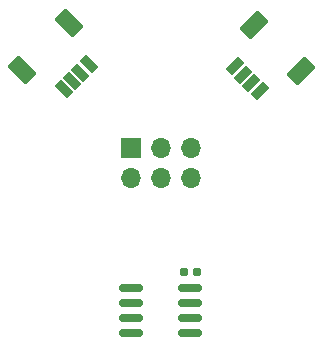
<source format=gbr>
%TF.GenerationSoftware,KiCad,Pcbnew,7.0.5-7.0.5~ubuntu20.04.1*%
%TF.CreationDate,2023-07-06T17:20:07+02:00*%
%TF.ProjectId,sao_barebones,73616f5f-6261-4726-9562-6f6e65732e6b,rev?*%
%TF.SameCoordinates,Original*%
%TF.FileFunction,Soldermask,Bot*%
%TF.FilePolarity,Negative*%
%FSLAX45Y45*%
G04 Gerber Fmt 4.5, Leading zero omitted, Abs format (unit mm)*
G04 Created by KiCad (PCBNEW 7.0.5-7.0.5~ubuntu20.04.1) date 2023-07-06 17:20:07*
%MOMM*%
%LPD*%
G01*
G04 APERTURE LIST*
G04 Aperture macros list*
%AMRoundRect*
0 Rectangle with rounded corners*
0 $1 Rounding radius*
0 $2 $3 $4 $5 $6 $7 $8 $9 X,Y pos of 4 corners*
0 Add a 4 corners polygon primitive as box body*
4,1,4,$2,$3,$4,$5,$6,$7,$8,$9,$2,$3,0*
0 Add four circle primitives for the rounded corners*
1,1,$1+$1,$2,$3*
1,1,$1+$1,$4,$5*
1,1,$1+$1,$6,$7*
1,1,$1+$1,$8,$9*
0 Add four rect primitives between the rounded corners*
20,1,$1+$1,$2,$3,$4,$5,0*
20,1,$1+$1,$4,$5,$6,$7,0*
20,1,$1+$1,$6,$7,$8,$9,0*
20,1,$1+$1,$8,$9,$2,$3,0*%
G04 Aperture macros list end*
%ADD10R,1.700000X1.700000*%
%ADD11O,1.700000X1.700000*%
%ADD12RoundRect,0.155000X-0.212500X-0.155000X0.212500X-0.155000X0.212500X0.155000X-0.212500X0.155000X0*%
%ADD13RoundRect,0.101600X-0.688786X-0.264918X-0.264918X-0.688786X0.688786X0.264918X0.264918X0.688786X0*%
%ADD14RoundRect,0.101600X-1.130614X-0.282878X-0.282878X-1.130614X1.130614X0.282878X0.282878X1.130614X0*%
%ADD15RoundRect,0.101600X0.264918X-0.688786X0.688786X-0.264918X-0.264918X0.688786X-0.688786X0.264918X0*%
%ADD16RoundRect,0.101600X0.282878X-1.130614X1.130614X-0.282878X-0.282878X1.130614X-1.130614X0.282878X0*%
%ADD17RoundRect,0.150000X0.825000X0.150000X-0.825000X0.150000X-0.825000X-0.150000X0.825000X-0.150000X0*%
G04 APERTURE END LIST*
D10*
%TO.C,J1*%
X14746000Y-7373000D03*
D11*
X14746000Y-7628500D03*
X15000000Y-7373000D03*
X15000000Y-7628500D03*
X15254000Y-7373000D03*
X15254000Y-7628500D03*
%TD*%
D12*
%TO.C,C1*%
X15193250Y-8425000D03*
X15306750Y-8425000D03*
%TD*%
D13*
%TO.C,J2*%
X15624602Y-6679277D03*
X15695367Y-6750041D03*
X15765772Y-6820446D03*
X15836536Y-6891211D03*
D14*
X15792353Y-6327610D03*
X16188203Y-6723460D03*
%TD*%
D15*
%TO.C,J3*%
X14179277Y-6875398D03*
X14250041Y-6804633D03*
X14320446Y-6734228D03*
X14391211Y-6663464D03*
D16*
X13827610Y-6707646D03*
X14223460Y-6311797D03*
%TD*%
D17*
%TO.C,U1*%
X15247500Y-8559500D03*
X15247500Y-8686500D03*
X15247500Y-8813500D03*
X15247500Y-8940500D03*
X14752500Y-8940500D03*
X14752500Y-8813500D03*
X14752500Y-8686500D03*
X14752500Y-8559500D03*
%TD*%
M02*

</source>
